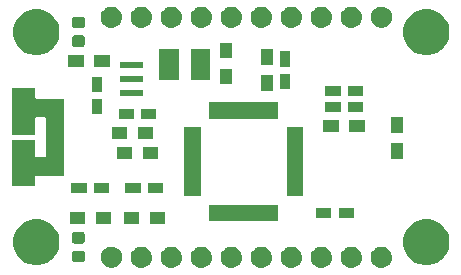
<source format=gts>
G04 #@! TF.GenerationSoftware,KiCad,Pcbnew,(5.0.1-3-g963ef8bb5)*
G04 #@! TF.CreationDate,2018-11-23T17:20:43+01:00*
G04 #@! TF.ProjectId,FT232H,4654323332482E6B696361645F706362,rev?*
G04 #@! TF.SameCoordinates,Original*
G04 #@! TF.FileFunction,Soldermask,Top*
G04 #@! TF.FilePolarity,Negative*
%FSLAX46Y46*%
G04 Gerber Fmt 4.6, Leading zero omitted, Abs format (unit mm)*
G04 Created by KiCad (PCBNEW (5.0.1-3-g963ef8bb5)) date Friday, 23 November 2018 at 17:20:43*
%MOMM*%
%LPD*%
G01*
G04 APERTURE LIST*
%ADD10C,0.100000*%
G04 APERTURE END LIST*
D10*
G36*
X184238362Y-84193545D02*
X184326588Y-84202234D01*
X184439789Y-84236573D01*
X184496390Y-84253743D01*
X184634980Y-84327822D01*
X184652879Y-84337389D01*
X184688609Y-84366712D01*
X184790044Y-84449956D01*
X184864582Y-84540783D01*
X184902611Y-84587121D01*
X184902612Y-84587123D01*
X184986257Y-84743610D01*
X185003427Y-84800211D01*
X185037766Y-84913412D01*
X185055158Y-85090000D01*
X185037766Y-85266588D01*
X185008646Y-85362582D01*
X184986257Y-85436390D01*
X184945147Y-85513300D01*
X184902611Y-85592879D01*
X184873288Y-85628609D01*
X184790044Y-85730044D01*
X184717355Y-85789697D01*
X184652879Y-85842611D01*
X184652877Y-85842612D01*
X184496390Y-85926257D01*
X184439789Y-85943427D01*
X184326588Y-85977766D01*
X184238362Y-85986455D01*
X184194250Y-85990800D01*
X184105750Y-85990800D01*
X184061638Y-85986455D01*
X183973412Y-85977766D01*
X183860211Y-85943427D01*
X183803610Y-85926257D01*
X183647123Y-85842612D01*
X183647121Y-85842611D01*
X183582645Y-85789697D01*
X183509956Y-85730044D01*
X183426712Y-85628609D01*
X183397389Y-85592879D01*
X183354853Y-85513300D01*
X183313743Y-85436390D01*
X183291354Y-85362582D01*
X183262234Y-85266588D01*
X183244842Y-85090000D01*
X183262234Y-84913412D01*
X183296573Y-84800211D01*
X183313743Y-84743610D01*
X183397388Y-84587123D01*
X183397389Y-84587121D01*
X183435418Y-84540783D01*
X183509956Y-84449956D01*
X183611391Y-84366712D01*
X183647121Y-84337389D01*
X183665020Y-84327822D01*
X183803610Y-84253743D01*
X183860211Y-84236573D01*
X183973412Y-84202234D01*
X184061638Y-84193545D01*
X184105750Y-84189200D01*
X184194250Y-84189200D01*
X184238362Y-84193545D01*
X184238362Y-84193545D01*
G37*
G36*
X181698362Y-84193545D02*
X181786588Y-84202234D01*
X181899789Y-84236573D01*
X181956390Y-84253743D01*
X182094980Y-84327822D01*
X182112879Y-84337389D01*
X182148609Y-84366712D01*
X182250044Y-84449956D01*
X182324582Y-84540783D01*
X182362611Y-84587121D01*
X182362612Y-84587123D01*
X182446257Y-84743610D01*
X182463427Y-84800211D01*
X182497766Y-84913412D01*
X182515158Y-85090000D01*
X182497766Y-85266588D01*
X182468646Y-85362582D01*
X182446257Y-85436390D01*
X182405147Y-85513300D01*
X182362611Y-85592879D01*
X182333288Y-85628609D01*
X182250044Y-85730044D01*
X182177355Y-85789697D01*
X182112879Y-85842611D01*
X182112877Y-85842612D01*
X181956390Y-85926257D01*
X181899789Y-85943427D01*
X181786588Y-85977766D01*
X181698362Y-85986455D01*
X181654250Y-85990800D01*
X181565750Y-85990800D01*
X181521638Y-85986455D01*
X181433412Y-85977766D01*
X181320211Y-85943427D01*
X181263610Y-85926257D01*
X181107123Y-85842612D01*
X181107121Y-85842611D01*
X181042645Y-85789697D01*
X180969956Y-85730044D01*
X180886712Y-85628609D01*
X180857389Y-85592879D01*
X180814853Y-85513300D01*
X180773743Y-85436390D01*
X180751354Y-85362582D01*
X180722234Y-85266588D01*
X180704842Y-85090000D01*
X180722234Y-84913412D01*
X180756573Y-84800211D01*
X180773743Y-84743610D01*
X180857388Y-84587123D01*
X180857389Y-84587121D01*
X180895418Y-84540783D01*
X180969956Y-84449956D01*
X181071391Y-84366712D01*
X181107121Y-84337389D01*
X181125020Y-84327822D01*
X181263610Y-84253743D01*
X181320211Y-84236573D01*
X181433412Y-84202234D01*
X181521638Y-84193545D01*
X181565750Y-84189200D01*
X181654250Y-84189200D01*
X181698362Y-84193545D01*
X181698362Y-84193545D01*
G37*
G36*
X179158362Y-84193545D02*
X179246588Y-84202234D01*
X179359789Y-84236573D01*
X179416390Y-84253743D01*
X179554980Y-84327822D01*
X179572879Y-84337389D01*
X179608609Y-84366712D01*
X179710044Y-84449956D01*
X179784582Y-84540783D01*
X179822611Y-84587121D01*
X179822612Y-84587123D01*
X179906257Y-84743610D01*
X179923427Y-84800211D01*
X179957766Y-84913412D01*
X179975158Y-85090000D01*
X179957766Y-85266588D01*
X179928646Y-85362582D01*
X179906257Y-85436390D01*
X179865147Y-85513300D01*
X179822611Y-85592879D01*
X179793288Y-85628609D01*
X179710044Y-85730044D01*
X179637355Y-85789697D01*
X179572879Y-85842611D01*
X179572877Y-85842612D01*
X179416390Y-85926257D01*
X179359789Y-85943427D01*
X179246588Y-85977766D01*
X179158362Y-85986455D01*
X179114250Y-85990800D01*
X179025750Y-85990800D01*
X178981638Y-85986455D01*
X178893412Y-85977766D01*
X178780211Y-85943427D01*
X178723610Y-85926257D01*
X178567123Y-85842612D01*
X178567121Y-85842611D01*
X178502645Y-85789697D01*
X178429956Y-85730044D01*
X178346712Y-85628609D01*
X178317389Y-85592879D01*
X178274853Y-85513300D01*
X178233743Y-85436390D01*
X178211354Y-85362582D01*
X178182234Y-85266588D01*
X178164842Y-85090000D01*
X178182234Y-84913412D01*
X178216573Y-84800211D01*
X178233743Y-84743610D01*
X178317388Y-84587123D01*
X178317389Y-84587121D01*
X178355418Y-84540783D01*
X178429956Y-84449956D01*
X178531391Y-84366712D01*
X178567121Y-84337389D01*
X178585020Y-84327822D01*
X178723610Y-84253743D01*
X178780211Y-84236573D01*
X178893412Y-84202234D01*
X178981638Y-84193545D01*
X179025750Y-84189200D01*
X179114250Y-84189200D01*
X179158362Y-84193545D01*
X179158362Y-84193545D01*
G37*
G36*
X176618362Y-84193545D02*
X176706588Y-84202234D01*
X176819789Y-84236573D01*
X176876390Y-84253743D01*
X177014980Y-84327822D01*
X177032879Y-84337389D01*
X177068609Y-84366712D01*
X177170044Y-84449956D01*
X177244582Y-84540783D01*
X177282611Y-84587121D01*
X177282612Y-84587123D01*
X177366257Y-84743610D01*
X177383427Y-84800211D01*
X177417766Y-84913412D01*
X177435158Y-85090000D01*
X177417766Y-85266588D01*
X177388646Y-85362582D01*
X177366257Y-85436390D01*
X177325147Y-85513300D01*
X177282611Y-85592879D01*
X177253288Y-85628609D01*
X177170044Y-85730044D01*
X177097355Y-85789697D01*
X177032879Y-85842611D01*
X177032877Y-85842612D01*
X176876390Y-85926257D01*
X176819789Y-85943427D01*
X176706588Y-85977766D01*
X176618362Y-85986455D01*
X176574250Y-85990800D01*
X176485750Y-85990800D01*
X176441638Y-85986455D01*
X176353412Y-85977766D01*
X176240211Y-85943427D01*
X176183610Y-85926257D01*
X176027123Y-85842612D01*
X176027121Y-85842611D01*
X175962645Y-85789697D01*
X175889956Y-85730044D01*
X175806712Y-85628609D01*
X175777389Y-85592879D01*
X175734853Y-85513300D01*
X175693743Y-85436390D01*
X175671354Y-85362582D01*
X175642234Y-85266588D01*
X175624842Y-85090000D01*
X175642234Y-84913412D01*
X175676573Y-84800211D01*
X175693743Y-84743610D01*
X175777388Y-84587123D01*
X175777389Y-84587121D01*
X175815418Y-84540783D01*
X175889956Y-84449956D01*
X175991391Y-84366712D01*
X176027121Y-84337389D01*
X176045020Y-84327822D01*
X176183610Y-84253743D01*
X176240211Y-84236573D01*
X176353412Y-84202234D01*
X176441638Y-84193545D01*
X176485750Y-84189200D01*
X176574250Y-84189200D01*
X176618362Y-84193545D01*
X176618362Y-84193545D01*
G37*
G36*
X174078362Y-84193545D02*
X174166588Y-84202234D01*
X174279789Y-84236573D01*
X174336390Y-84253743D01*
X174474980Y-84327822D01*
X174492879Y-84337389D01*
X174528609Y-84366712D01*
X174630044Y-84449956D01*
X174704582Y-84540783D01*
X174742611Y-84587121D01*
X174742612Y-84587123D01*
X174826257Y-84743610D01*
X174843427Y-84800211D01*
X174877766Y-84913412D01*
X174895158Y-85090000D01*
X174877766Y-85266588D01*
X174848646Y-85362582D01*
X174826257Y-85436390D01*
X174785147Y-85513300D01*
X174742611Y-85592879D01*
X174713288Y-85628609D01*
X174630044Y-85730044D01*
X174557355Y-85789697D01*
X174492879Y-85842611D01*
X174492877Y-85842612D01*
X174336390Y-85926257D01*
X174279789Y-85943427D01*
X174166588Y-85977766D01*
X174078362Y-85986455D01*
X174034250Y-85990800D01*
X173945750Y-85990800D01*
X173901638Y-85986455D01*
X173813412Y-85977766D01*
X173700211Y-85943427D01*
X173643610Y-85926257D01*
X173487123Y-85842612D01*
X173487121Y-85842611D01*
X173422645Y-85789697D01*
X173349956Y-85730044D01*
X173266712Y-85628609D01*
X173237389Y-85592879D01*
X173194853Y-85513300D01*
X173153743Y-85436390D01*
X173131354Y-85362582D01*
X173102234Y-85266588D01*
X173084842Y-85090000D01*
X173102234Y-84913412D01*
X173136573Y-84800211D01*
X173153743Y-84743610D01*
X173237388Y-84587123D01*
X173237389Y-84587121D01*
X173275418Y-84540783D01*
X173349956Y-84449956D01*
X173451391Y-84366712D01*
X173487121Y-84337389D01*
X173505020Y-84327822D01*
X173643610Y-84253743D01*
X173700211Y-84236573D01*
X173813412Y-84202234D01*
X173901638Y-84193545D01*
X173945750Y-84189200D01*
X174034250Y-84189200D01*
X174078362Y-84193545D01*
X174078362Y-84193545D01*
G37*
G36*
X171538362Y-84193545D02*
X171626588Y-84202234D01*
X171739789Y-84236573D01*
X171796390Y-84253743D01*
X171934980Y-84327822D01*
X171952879Y-84337389D01*
X171988609Y-84366712D01*
X172090044Y-84449956D01*
X172164582Y-84540783D01*
X172202611Y-84587121D01*
X172202612Y-84587123D01*
X172286257Y-84743610D01*
X172303427Y-84800211D01*
X172337766Y-84913412D01*
X172355158Y-85090000D01*
X172337766Y-85266588D01*
X172308646Y-85362582D01*
X172286257Y-85436390D01*
X172245147Y-85513300D01*
X172202611Y-85592879D01*
X172173288Y-85628609D01*
X172090044Y-85730044D01*
X172017355Y-85789697D01*
X171952879Y-85842611D01*
X171952877Y-85842612D01*
X171796390Y-85926257D01*
X171739789Y-85943427D01*
X171626588Y-85977766D01*
X171538362Y-85986455D01*
X171494250Y-85990800D01*
X171405750Y-85990800D01*
X171361638Y-85986455D01*
X171273412Y-85977766D01*
X171160211Y-85943427D01*
X171103610Y-85926257D01*
X170947123Y-85842612D01*
X170947121Y-85842611D01*
X170882645Y-85789697D01*
X170809956Y-85730044D01*
X170726712Y-85628609D01*
X170697389Y-85592879D01*
X170654853Y-85513300D01*
X170613743Y-85436390D01*
X170591354Y-85362582D01*
X170562234Y-85266588D01*
X170544842Y-85090000D01*
X170562234Y-84913412D01*
X170596573Y-84800211D01*
X170613743Y-84743610D01*
X170697388Y-84587123D01*
X170697389Y-84587121D01*
X170735418Y-84540783D01*
X170809956Y-84449956D01*
X170911391Y-84366712D01*
X170947121Y-84337389D01*
X170965020Y-84327822D01*
X171103610Y-84253743D01*
X171160211Y-84236573D01*
X171273412Y-84202234D01*
X171361638Y-84193545D01*
X171405750Y-84189200D01*
X171494250Y-84189200D01*
X171538362Y-84193545D01*
X171538362Y-84193545D01*
G37*
G36*
X168998362Y-84193545D02*
X169086588Y-84202234D01*
X169199789Y-84236573D01*
X169256390Y-84253743D01*
X169394980Y-84327822D01*
X169412879Y-84337389D01*
X169448609Y-84366712D01*
X169550044Y-84449956D01*
X169624582Y-84540783D01*
X169662611Y-84587121D01*
X169662612Y-84587123D01*
X169746257Y-84743610D01*
X169763427Y-84800211D01*
X169797766Y-84913412D01*
X169815158Y-85090000D01*
X169797766Y-85266588D01*
X169768646Y-85362582D01*
X169746257Y-85436390D01*
X169705147Y-85513300D01*
X169662611Y-85592879D01*
X169633288Y-85628609D01*
X169550044Y-85730044D01*
X169477355Y-85789697D01*
X169412879Y-85842611D01*
X169412877Y-85842612D01*
X169256390Y-85926257D01*
X169199789Y-85943427D01*
X169086588Y-85977766D01*
X168998362Y-85986455D01*
X168954250Y-85990800D01*
X168865750Y-85990800D01*
X168821638Y-85986455D01*
X168733412Y-85977766D01*
X168620211Y-85943427D01*
X168563610Y-85926257D01*
X168407123Y-85842612D01*
X168407121Y-85842611D01*
X168342645Y-85789697D01*
X168269956Y-85730044D01*
X168186712Y-85628609D01*
X168157389Y-85592879D01*
X168114853Y-85513300D01*
X168073743Y-85436390D01*
X168051354Y-85362582D01*
X168022234Y-85266588D01*
X168004842Y-85090000D01*
X168022234Y-84913412D01*
X168056573Y-84800211D01*
X168073743Y-84743610D01*
X168157388Y-84587123D01*
X168157389Y-84587121D01*
X168195418Y-84540783D01*
X168269956Y-84449956D01*
X168371391Y-84366712D01*
X168407121Y-84337389D01*
X168425020Y-84327822D01*
X168563610Y-84253743D01*
X168620211Y-84236573D01*
X168733412Y-84202234D01*
X168821638Y-84193545D01*
X168865750Y-84189200D01*
X168954250Y-84189200D01*
X168998362Y-84193545D01*
X168998362Y-84193545D01*
G37*
G36*
X166458362Y-84193545D02*
X166546588Y-84202234D01*
X166659789Y-84236573D01*
X166716390Y-84253743D01*
X166854980Y-84327822D01*
X166872879Y-84337389D01*
X166908609Y-84366712D01*
X167010044Y-84449956D01*
X167084582Y-84540783D01*
X167122611Y-84587121D01*
X167122612Y-84587123D01*
X167206257Y-84743610D01*
X167223427Y-84800211D01*
X167257766Y-84913412D01*
X167275158Y-85090000D01*
X167257766Y-85266588D01*
X167228646Y-85362582D01*
X167206257Y-85436390D01*
X167165147Y-85513300D01*
X167122611Y-85592879D01*
X167093288Y-85628609D01*
X167010044Y-85730044D01*
X166937355Y-85789697D01*
X166872879Y-85842611D01*
X166872877Y-85842612D01*
X166716390Y-85926257D01*
X166659789Y-85943427D01*
X166546588Y-85977766D01*
X166458362Y-85986455D01*
X166414250Y-85990800D01*
X166325750Y-85990800D01*
X166281638Y-85986455D01*
X166193412Y-85977766D01*
X166080211Y-85943427D01*
X166023610Y-85926257D01*
X165867123Y-85842612D01*
X165867121Y-85842611D01*
X165802645Y-85789697D01*
X165729956Y-85730044D01*
X165646712Y-85628609D01*
X165617389Y-85592879D01*
X165574853Y-85513300D01*
X165533743Y-85436390D01*
X165511354Y-85362582D01*
X165482234Y-85266588D01*
X165464842Y-85090000D01*
X165482234Y-84913412D01*
X165516573Y-84800211D01*
X165533743Y-84743610D01*
X165617388Y-84587123D01*
X165617389Y-84587121D01*
X165655418Y-84540783D01*
X165729956Y-84449956D01*
X165831391Y-84366712D01*
X165867121Y-84337389D01*
X165885020Y-84327822D01*
X166023610Y-84253743D01*
X166080211Y-84236573D01*
X166193412Y-84202234D01*
X166281638Y-84193545D01*
X166325750Y-84189200D01*
X166414250Y-84189200D01*
X166458362Y-84193545D01*
X166458362Y-84193545D01*
G37*
G36*
X163918362Y-84193545D02*
X164006588Y-84202234D01*
X164119789Y-84236573D01*
X164176390Y-84253743D01*
X164314980Y-84327822D01*
X164332879Y-84337389D01*
X164368609Y-84366712D01*
X164470044Y-84449956D01*
X164544582Y-84540783D01*
X164582611Y-84587121D01*
X164582612Y-84587123D01*
X164666257Y-84743610D01*
X164683427Y-84800211D01*
X164717766Y-84913412D01*
X164735158Y-85090000D01*
X164717766Y-85266588D01*
X164688646Y-85362582D01*
X164666257Y-85436390D01*
X164625147Y-85513300D01*
X164582611Y-85592879D01*
X164553288Y-85628609D01*
X164470044Y-85730044D01*
X164397355Y-85789697D01*
X164332879Y-85842611D01*
X164332877Y-85842612D01*
X164176390Y-85926257D01*
X164119789Y-85943427D01*
X164006588Y-85977766D01*
X163918362Y-85986455D01*
X163874250Y-85990800D01*
X163785750Y-85990800D01*
X163741638Y-85986455D01*
X163653412Y-85977766D01*
X163540211Y-85943427D01*
X163483610Y-85926257D01*
X163327123Y-85842612D01*
X163327121Y-85842611D01*
X163262645Y-85789697D01*
X163189956Y-85730044D01*
X163106712Y-85628609D01*
X163077389Y-85592879D01*
X163034853Y-85513300D01*
X162993743Y-85436390D01*
X162971354Y-85362582D01*
X162942234Y-85266588D01*
X162924842Y-85090000D01*
X162942234Y-84913412D01*
X162976573Y-84800211D01*
X162993743Y-84743610D01*
X163077388Y-84587123D01*
X163077389Y-84587121D01*
X163115418Y-84540783D01*
X163189956Y-84449956D01*
X163291391Y-84366712D01*
X163327121Y-84337389D01*
X163345020Y-84327822D01*
X163483610Y-84253743D01*
X163540211Y-84236573D01*
X163653412Y-84202234D01*
X163741638Y-84193545D01*
X163785750Y-84189200D01*
X163874250Y-84189200D01*
X163918362Y-84193545D01*
X163918362Y-84193545D01*
G37*
G36*
X161422229Y-84197854D02*
X161552754Y-84223817D01*
X161716689Y-84291721D01*
X161864227Y-84390303D01*
X161989697Y-84515773D01*
X162088279Y-84663311D01*
X162156183Y-84827246D01*
X162190800Y-85001279D01*
X162190800Y-85178721D01*
X162156183Y-85352754D01*
X162088279Y-85516689D01*
X161989697Y-85664227D01*
X161864227Y-85789697D01*
X161716689Y-85888279D01*
X161552754Y-85956183D01*
X161422229Y-85982146D01*
X161378722Y-85990800D01*
X161201278Y-85990800D01*
X161157771Y-85982146D01*
X161027246Y-85956183D01*
X160863311Y-85888279D01*
X160715773Y-85789697D01*
X160590303Y-85664227D01*
X160491721Y-85516689D01*
X160423817Y-85352754D01*
X160389200Y-85178721D01*
X160389200Y-85001279D01*
X160423817Y-84827246D01*
X160491721Y-84663311D01*
X160590303Y-84515773D01*
X160715773Y-84390303D01*
X160863311Y-84291721D01*
X161027246Y-84223817D01*
X161157771Y-84197854D01*
X161201278Y-84189200D01*
X161378722Y-84189200D01*
X161422229Y-84197854D01*
X161422229Y-84197854D01*
G37*
G36*
X155509027Y-81944168D02*
X155864049Y-82091223D01*
X156183565Y-82304717D01*
X156455283Y-82576435D01*
X156668777Y-82895951D01*
X156815832Y-83250973D01*
X156890800Y-83627862D01*
X156890800Y-84012138D01*
X156815832Y-84389027D01*
X156668777Y-84744049D01*
X156455283Y-85063565D01*
X156183565Y-85335283D01*
X155864049Y-85548777D01*
X155509027Y-85695832D01*
X155132138Y-85770800D01*
X154747862Y-85770800D01*
X154370973Y-85695832D01*
X154015951Y-85548777D01*
X153696435Y-85335283D01*
X153424717Y-85063565D01*
X153211223Y-84744049D01*
X153064168Y-84389027D01*
X152989200Y-84012138D01*
X152989200Y-83627862D01*
X153064168Y-83250973D01*
X153211223Y-82895951D01*
X153424717Y-82576435D01*
X153696435Y-82304717D01*
X154015951Y-82091223D01*
X154370973Y-81944168D01*
X154747862Y-81869200D01*
X155132138Y-81869200D01*
X155509027Y-81944168D01*
X155509027Y-81944168D01*
G37*
G36*
X188529027Y-81944168D02*
X188884049Y-82091223D01*
X189203565Y-82304717D01*
X189475283Y-82576435D01*
X189688777Y-82895951D01*
X189835832Y-83250973D01*
X189910800Y-83627862D01*
X189910800Y-84012138D01*
X189835832Y-84389027D01*
X189688777Y-84744049D01*
X189475283Y-85063565D01*
X189203565Y-85335283D01*
X188884049Y-85548777D01*
X188529027Y-85695832D01*
X188152138Y-85770800D01*
X187767862Y-85770800D01*
X187390973Y-85695832D01*
X187035951Y-85548777D01*
X186716435Y-85335283D01*
X186444717Y-85063565D01*
X186231223Y-84744049D01*
X186084168Y-84389027D01*
X186009200Y-84012138D01*
X186009200Y-83627862D01*
X186084168Y-83250973D01*
X186231223Y-82895951D01*
X186444717Y-82576435D01*
X186716435Y-82304717D01*
X187035951Y-82091223D01*
X187390973Y-81944168D01*
X187767862Y-81869200D01*
X188152138Y-81869200D01*
X188529027Y-81944168D01*
X188529027Y-81944168D01*
G37*
G36*
X158879468Y-84540783D02*
X158913434Y-84551086D01*
X158944732Y-84567816D01*
X158972168Y-84590332D01*
X158994684Y-84617768D01*
X159011414Y-84649066D01*
X159021717Y-84683032D01*
X159025800Y-84724490D01*
X159025800Y-85325510D01*
X159021717Y-85366968D01*
X159011414Y-85400934D01*
X158994684Y-85432232D01*
X158972168Y-85459668D01*
X158944732Y-85482184D01*
X158913434Y-85498914D01*
X158879468Y-85509217D01*
X158838010Y-85513300D01*
X158161990Y-85513300D01*
X158120532Y-85509217D01*
X158086566Y-85498914D01*
X158055268Y-85482184D01*
X158027832Y-85459668D01*
X158005316Y-85432232D01*
X157988586Y-85400934D01*
X157978283Y-85366968D01*
X157974200Y-85325510D01*
X157974200Y-84724490D01*
X157978283Y-84683032D01*
X157988586Y-84649066D01*
X158005316Y-84617768D01*
X158027832Y-84590332D01*
X158055268Y-84567816D01*
X158086566Y-84551086D01*
X158120532Y-84540783D01*
X158161990Y-84536700D01*
X158838010Y-84536700D01*
X158879468Y-84540783D01*
X158879468Y-84540783D01*
G37*
G36*
X158879468Y-82965783D02*
X158913434Y-82976086D01*
X158944732Y-82992816D01*
X158972168Y-83015332D01*
X158994684Y-83042768D01*
X159011414Y-83074066D01*
X159021717Y-83108032D01*
X159025800Y-83149490D01*
X159025800Y-83750510D01*
X159021717Y-83791968D01*
X159011414Y-83825934D01*
X158994684Y-83857232D01*
X158972168Y-83884668D01*
X158944732Y-83907184D01*
X158913434Y-83923914D01*
X158879468Y-83934217D01*
X158838010Y-83938300D01*
X158161990Y-83938300D01*
X158120532Y-83934217D01*
X158086566Y-83923914D01*
X158055268Y-83907184D01*
X158027832Y-83884668D01*
X158005316Y-83857232D01*
X157988586Y-83825934D01*
X157978283Y-83791968D01*
X157974200Y-83750510D01*
X157974200Y-83149490D01*
X157978283Y-83108032D01*
X157988586Y-83074066D01*
X158005316Y-83042768D01*
X158027832Y-83015332D01*
X158055268Y-82992816D01*
X158086566Y-82976086D01*
X158120532Y-82965783D01*
X158161990Y-82961700D01*
X158838010Y-82961700D01*
X158879468Y-82965783D01*
X158879468Y-82965783D01*
G37*
G36*
X163634800Y-82288800D02*
X162333200Y-82288800D01*
X162333200Y-81287200D01*
X163634800Y-81287200D01*
X163634800Y-82288800D01*
X163634800Y-82288800D01*
G37*
G36*
X165834800Y-82288800D02*
X164533200Y-82288800D01*
X164533200Y-81287200D01*
X165834800Y-81287200D01*
X165834800Y-82288800D01*
X165834800Y-82288800D01*
G37*
G36*
X159062800Y-82288800D02*
X157761200Y-82288800D01*
X157761200Y-81287200D01*
X159062800Y-81287200D01*
X159062800Y-82288800D01*
X159062800Y-82288800D01*
G37*
G36*
X161262800Y-82288800D02*
X159961200Y-82288800D01*
X159961200Y-81287200D01*
X161262800Y-81287200D01*
X161262800Y-82288800D01*
X161262800Y-82288800D01*
G37*
G36*
X175425800Y-82050800D02*
X169574200Y-82050800D01*
X169574200Y-80649200D01*
X175425800Y-80649200D01*
X175425800Y-82050800D01*
X175425800Y-82050800D01*
G37*
G36*
X181825800Y-81775800D02*
X180524200Y-81775800D01*
X180524200Y-80924200D01*
X181825800Y-80924200D01*
X181825800Y-81775800D01*
X181825800Y-81775800D01*
G37*
G36*
X179925800Y-81775800D02*
X178624200Y-81775800D01*
X178624200Y-80924200D01*
X179925800Y-80924200D01*
X179925800Y-81775800D01*
X179925800Y-81775800D01*
G37*
G36*
X177550800Y-79925800D02*
X176149200Y-79925800D01*
X176149200Y-74074200D01*
X177550800Y-74074200D01*
X177550800Y-79925800D01*
X177550800Y-79925800D01*
G37*
G36*
X168850800Y-79925800D02*
X167449200Y-79925800D01*
X167449200Y-74074200D01*
X168850800Y-74074200D01*
X168850800Y-79925800D01*
X168850800Y-79925800D01*
G37*
G36*
X165684800Y-79673800D02*
X164383200Y-79673800D01*
X164383200Y-78822200D01*
X165684800Y-78822200D01*
X165684800Y-79673800D01*
X165684800Y-79673800D01*
G37*
G36*
X163784800Y-79673800D02*
X162483200Y-79673800D01*
X162483200Y-78822200D01*
X163784800Y-78822200D01*
X163784800Y-79673800D01*
X163784800Y-79673800D01*
G37*
G36*
X161112800Y-79673800D02*
X159811200Y-79673800D01*
X159811200Y-78822200D01*
X161112800Y-78822200D01*
X161112800Y-79673800D01*
X161112800Y-79673800D01*
G37*
G36*
X159212800Y-79673800D02*
X157911200Y-79673800D01*
X157911200Y-78822200D01*
X159212800Y-78822200D01*
X159212800Y-79673800D01*
X159212800Y-79673800D01*
G37*
G36*
X154842400Y-71554200D02*
X154844802Y-71578586D01*
X154851915Y-71602035D01*
X154863466Y-71623646D01*
X154879012Y-71642588D01*
X154897954Y-71658134D01*
X154919565Y-71669685D01*
X154943014Y-71676798D01*
X154967400Y-71679200D01*
X157242400Y-71679200D01*
X157242400Y-78180800D01*
X154967400Y-78180800D01*
X154943014Y-78183202D01*
X154919565Y-78190315D01*
X154897954Y-78201866D01*
X154879012Y-78217412D01*
X154863466Y-78236354D01*
X154851915Y-78257965D01*
X154844802Y-78281414D01*
X154842400Y-78305800D01*
X154842400Y-79078300D01*
X152840800Y-79078300D01*
X152840800Y-75131700D01*
X154842400Y-75131700D01*
X154842400Y-76479200D01*
X154844802Y-76503586D01*
X154851915Y-76527035D01*
X154863466Y-76548646D01*
X154879012Y-76567588D01*
X154897954Y-76583134D01*
X154919565Y-76594685D01*
X154943014Y-76601798D01*
X154967400Y-76604200D01*
X155635800Y-76604200D01*
X155660186Y-76601798D01*
X155683635Y-76594685D01*
X155705246Y-76583134D01*
X155724188Y-76567588D01*
X155739734Y-76548646D01*
X155751285Y-76527035D01*
X155758398Y-76503586D01*
X155760800Y-76479200D01*
X155760800Y-73380800D01*
X155758398Y-73356414D01*
X155751285Y-73332965D01*
X155739734Y-73311354D01*
X155724188Y-73292412D01*
X155705246Y-73276866D01*
X155683635Y-73265315D01*
X155660186Y-73258202D01*
X155635800Y-73255800D01*
X154967400Y-73255800D01*
X154943014Y-73258202D01*
X154919565Y-73265315D01*
X154897954Y-73276866D01*
X154879012Y-73292412D01*
X154863466Y-73311354D01*
X154851915Y-73332965D01*
X154844802Y-73356414D01*
X154842400Y-73380800D01*
X154842400Y-74728300D01*
X152840800Y-74728300D01*
X152840800Y-70781700D01*
X154842400Y-70781700D01*
X154842400Y-71554200D01*
X154842400Y-71554200D01*
G37*
G36*
X163050800Y-76800800D02*
X161749200Y-76800800D01*
X161749200Y-75799200D01*
X163050800Y-75799200D01*
X163050800Y-76800800D01*
X163050800Y-76800800D01*
G37*
G36*
X165250800Y-76800800D02*
X163949200Y-76800800D01*
X163949200Y-75799200D01*
X165250800Y-75799200D01*
X165250800Y-76800800D01*
X165250800Y-76800800D01*
G37*
G36*
X186000800Y-76750800D02*
X184999200Y-76750800D01*
X184999200Y-75449200D01*
X186000800Y-75449200D01*
X186000800Y-76750800D01*
X186000800Y-76750800D01*
G37*
G36*
X164850800Y-75100800D02*
X163549200Y-75100800D01*
X163549200Y-74099200D01*
X164850800Y-74099200D01*
X164850800Y-75100800D01*
X164850800Y-75100800D01*
G37*
G36*
X162650800Y-75100800D02*
X161349200Y-75100800D01*
X161349200Y-74099200D01*
X162650800Y-74099200D01*
X162650800Y-75100800D01*
X162650800Y-75100800D01*
G37*
G36*
X186000800Y-74550800D02*
X184999200Y-74550800D01*
X184999200Y-73249200D01*
X186000800Y-73249200D01*
X186000800Y-74550800D01*
X186000800Y-74550800D01*
G37*
G36*
X180550800Y-74500800D02*
X179249200Y-74500800D01*
X179249200Y-73499200D01*
X180550800Y-73499200D01*
X180550800Y-74500800D01*
X180550800Y-74500800D01*
G37*
G36*
X182750800Y-74500800D02*
X181449200Y-74500800D01*
X181449200Y-73499200D01*
X182750800Y-73499200D01*
X182750800Y-74500800D01*
X182750800Y-74500800D01*
G37*
G36*
X165100800Y-73425800D02*
X163799200Y-73425800D01*
X163799200Y-72574200D01*
X165100800Y-72574200D01*
X165100800Y-73425800D01*
X165100800Y-73425800D01*
G37*
G36*
X163200800Y-73425800D02*
X161899200Y-73425800D01*
X161899200Y-72574200D01*
X163200800Y-72574200D01*
X163200800Y-73425800D01*
X163200800Y-73425800D01*
G37*
G36*
X175425800Y-73350800D02*
X169574200Y-73350800D01*
X169574200Y-71949200D01*
X175425800Y-71949200D01*
X175425800Y-73350800D01*
X175425800Y-73350800D01*
G37*
G36*
X160475800Y-73000800D02*
X159624200Y-73000800D01*
X159624200Y-71699200D01*
X160475800Y-71699200D01*
X160475800Y-73000800D01*
X160475800Y-73000800D01*
G37*
G36*
X180700800Y-72825800D02*
X179399200Y-72825800D01*
X179399200Y-71974200D01*
X180700800Y-71974200D01*
X180700800Y-72825800D01*
X180700800Y-72825800D01*
G37*
G36*
X182600800Y-72825800D02*
X181299200Y-72825800D01*
X181299200Y-71974200D01*
X182600800Y-71974200D01*
X182600800Y-72825800D01*
X182600800Y-72825800D01*
G37*
G36*
X164000800Y-71450800D02*
X161999200Y-71450800D01*
X161999200Y-70949200D01*
X164000800Y-70949200D01*
X164000800Y-71450800D01*
X164000800Y-71450800D01*
G37*
G36*
X182600800Y-71425800D02*
X181299200Y-71425800D01*
X181299200Y-70574200D01*
X182600800Y-70574200D01*
X182600800Y-71425800D01*
X182600800Y-71425800D01*
G37*
G36*
X180700800Y-71425800D02*
X179399200Y-71425800D01*
X179399200Y-70574200D01*
X180700800Y-70574200D01*
X180700800Y-71425800D01*
X180700800Y-71425800D01*
G37*
G36*
X160475800Y-71100800D02*
X159624200Y-71100800D01*
X159624200Y-69799200D01*
X160475800Y-69799200D01*
X160475800Y-71100800D01*
X160475800Y-71100800D01*
G37*
G36*
X175000800Y-71000800D02*
X173999200Y-71000800D01*
X173999200Y-69699200D01*
X175000800Y-69699200D01*
X175000800Y-71000800D01*
X175000800Y-71000800D01*
G37*
G36*
X176450800Y-70850800D02*
X175599200Y-70850800D01*
X175599200Y-69549200D01*
X176450800Y-69549200D01*
X176450800Y-70850800D01*
X176450800Y-70850800D01*
G37*
G36*
X171500800Y-70450800D02*
X170499200Y-70450800D01*
X170499200Y-69149200D01*
X171500800Y-69149200D01*
X171500800Y-70450800D01*
X171500800Y-70450800D01*
G37*
G36*
X164000800Y-70250800D02*
X161999200Y-70250800D01*
X161999200Y-69749200D01*
X164000800Y-69749200D01*
X164000800Y-70250800D01*
X164000800Y-70250800D01*
G37*
G36*
X166980800Y-70125800D02*
X165319200Y-70125800D01*
X165319200Y-67474200D01*
X166980800Y-67474200D01*
X166980800Y-70125800D01*
X166980800Y-70125800D01*
G37*
G36*
X169680800Y-70125800D02*
X168019200Y-70125800D01*
X168019200Y-67474200D01*
X169680800Y-67474200D01*
X169680800Y-70125800D01*
X169680800Y-70125800D01*
G37*
G36*
X164000800Y-69050800D02*
X161999200Y-69050800D01*
X161999200Y-68549200D01*
X164000800Y-68549200D01*
X164000800Y-69050800D01*
X164000800Y-69050800D01*
G37*
G36*
X158950800Y-69000800D02*
X157649200Y-69000800D01*
X157649200Y-67999200D01*
X158950800Y-67999200D01*
X158950800Y-69000800D01*
X158950800Y-69000800D01*
G37*
G36*
X161150800Y-69000800D02*
X159849200Y-69000800D01*
X159849200Y-67999200D01*
X161150800Y-67999200D01*
X161150800Y-69000800D01*
X161150800Y-69000800D01*
G37*
G36*
X176450800Y-68950800D02*
X175599200Y-68950800D01*
X175599200Y-67649200D01*
X176450800Y-67649200D01*
X176450800Y-68950800D01*
X176450800Y-68950800D01*
G37*
G36*
X175000800Y-68800800D02*
X173999200Y-68800800D01*
X173999200Y-67499200D01*
X175000800Y-67499200D01*
X175000800Y-68800800D01*
X175000800Y-68800800D01*
G37*
G36*
X171500800Y-68250800D02*
X170499200Y-68250800D01*
X170499200Y-66949200D01*
X171500800Y-66949200D01*
X171500800Y-68250800D01*
X171500800Y-68250800D01*
G37*
G36*
X188529027Y-64164168D02*
X188884049Y-64311223D01*
X189203565Y-64524717D01*
X189475283Y-64796435D01*
X189688777Y-65115951D01*
X189835832Y-65470973D01*
X189910800Y-65847862D01*
X189910800Y-66232138D01*
X189835832Y-66609027D01*
X189688777Y-66964049D01*
X189475283Y-67283565D01*
X189203565Y-67555283D01*
X188884049Y-67768777D01*
X188529027Y-67915832D01*
X188152138Y-67990800D01*
X187767862Y-67990800D01*
X187390973Y-67915832D01*
X187035951Y-67768777D01*
X186716435Y-67555283D01*
X186444717Y-67283565D01*
X186231223Y-66964049D01*
X186084168Y-66609027D01*
X186009200Y-66232138D01*
X186009200Y-65847862D01*
X186084168Y-65470973D01*
X186231223Y-65115951D01*
X186444717Y-64796435D01*
X186716435Y-64524717D01*
X187035951Y-64311223D01*
X187390973Y-64164168D01*
X187767862Y-64089200D01*
X188152138Y-64089200D01*
X188529027Y-64164168D01*
X188529027Y-64164168D01*
G37*
G36*
X155509027Y-64164168D02*
X155864049Y-64311223D01*
X156183565Y-64524717D01*
X156455283Y-64796435D01*
X156668777Y-65115951D01*
X156815832Y-65470973D01*
X156890800Y-65847862D01*
X156890800Y-66232138D01*
X156815832Y-66609027D01*
X156668777Y-66964049D01*
X156455283Y-67283565D01*
X156183565Y-67555283D01*
X155864049Y-67768777D01*
X155509027Y-67915832D01*
X155132138Y-67990800D01*
X154747862Y-67990800D01*
X154370973Y-67915832D01*
X154015951Y-67768777D01*
X153696435Y-67555283D01*
X153424717Y-67283565D01*
X153211223Y-66964049D01*
X153064168Y-66609027D01*
X152989200Y-66232138D01*
X152989200Y-65847862D01*
X153064168Y-65470973D01*
X153211223Y-65115951D01*
X153424717Y-64796435D01*
X153696435Y-64524717D01*
X154015951Y-64311223D01*
X154370973Y-64164168D01*
X154747862Y-64089200D01*
X155132138Y-64089200D01*
X155509027Y-64164168D01*
X155509027Y-64164168D01*
G37*
G36*
X158879468Y-66303283D02*
X158913434Y-66313586D01*
X158944732Y-66330316D01*
X158972168Y-66352832D01*
X158994684Y-66380268D01*
X159011414Y-66411566D01*
X159021717Y-66445532D01*
X159025800Y-66486990D01*
X159025800Y-67088010D01*
X159021717Y-67129468D01*
X159011414Y-67163434D01*
X158994684Y-67194732D01*
X158972168Y-67222168D01*
X158944732Y-67244684D01*
X158913434Y-67261414D01*
X158879468Y-67271717D01*
X158838010Y-67275800D01*
X158161990Y-67275800D01*
X158120532Y-67271717D01*
X158086566Y-67261414D01*
X158055268Y-67244684D01*
X158027832Y-67222168D01*
X158005316Y-67194732D01*
X157988586Y-67163434D01*
X157978283Y-67129468D01*
X157974200Y-67088010D01*
X157974200Y-66486990D01*
X157978283Y-66445532D01*
X157988586Y-66411566D01*
X158005316Y-66380268D01*
X158027832Y-66352832D01*
X158055268Y-66330316D01*
X158086566Y-66313586D01*
X158120532Y-66303283D01*
X158161990Y-66299200D01*
X158838010Y-66299200D01*
X158879468Y-66303283D01*
X158879468Y-66303283D01*
G37*
G36*
X158879468Y-64728283D02*
X158913434Y-64738586D01*
X158944732Y-64755316D01*
X158972168Y-64777832D01*
X158994684Y-64805268D01*
X159011414Y-64836566D01*
X159021717Y-64870532D01*
X159025800Y-64911990D01*
X159025800Y-65513010D01*
X159021717Y-65554468D01*
X159011414Y-65588434D01*
X158994684Y-65619732D01*
X158972168Y-65647168D01*
X158944732Y-65669684D01*
X158913434Y-65686414D01*
X158879468Y-65696717D01*
X158838010Y-65700800D01*
X158161990Y-65700800D01*
X158120532Y-65696717D01*
X158086566Y-65686414D01*
X158055268Y-65669684D01*
X158027832Y-65647168D01*
X158005316Y-65619732D01*
X157988586Y-65588434D01*
X157978283Y-65554468D01*
X157974200Y-65513010D01*
X157974200Y-64911990D01*
X157978283Y-64870532D01*
X157988586Y-64836566D01*
X158005316Y-64805268D01*
X158027832Y-64777832D01*
X158055268Y-64755316D01*
X158086566Y-64738586D01*
X158120532Y-64728283D01*
X158161990Y-64724200D01*
X158838010Y-64724200D01*
X158879468Y-64728283D01*
X158879468Y-64728283D01*
G37*
G36*
X184282229Y-63877854D02*
X184412754Y-63903817D01*
X184576689Y-63971721D01*
X184724227Y-64070303D01*
X184849697Y-64195773D01*
X184948279Y-64343311D01*
X185016183Y-64507246D01*
X185050800Y-64681279D01*
X185050800Y-64858721D01*
X185016183Y-65032754D01*
X184948279Y-65196689D01*
X184849697Y-65344227D01*
X184724227Y-65469697D01*
X184576689Y-65568279D01*
X184412754Y-65636183D01*
X184294761Y-65659653D01*
X184238722Y-65670800D01*
X184061278Y-65670800D01*
X184005239Y-65659653D01*
X183887246Y-65636183D01*
X183723311Y-65568279D01*
X183575773Y-65469697D01*
X183450303Y-65344227D01*
X183351721Y-65196689D01*
X183283817Y-65032754D01*
X183249200Y-64858721D01*
X183249200Y-64681279D01*
X183283817Y-64507246D01*
X183351721Y-64343311D01*
X183450303Y-64195773D01*
X183575773Y-64070303D01*
X183723311Y-63971721D01*
X183887246Y-63903817D01*
X184017771Y-63877854D01*
X184061278Y-63869200D01*
X184238722Y-63869200D01*
X184282229Y-63877854D01*
X184282229Y-63877854D01*
G37*
G36*
X181698362Y-63873545D02*
X181786588Y-63882234D01*
X181899789Y-63916573D01*
X181956390Y-63933743D01*
X182094980Y-64007822D01*
X182112879Y-64017389D01*
X182148609Y-64046712D01*
X182250044Y-64129956D01*
X182333288Y-64231391D01*
X182362611Y-64267121D01*
X182362612Y-64267123D01*
X182446257Y-64423610D01*
X182446257Y-64423611D01*
X182497766Y-64593412D01*
X182515158Y-64770000D01*
X182497766Y-64946588D01*
X182463427Y-65059789D01*
X182446257Y-65116390D01*
X182403336Y-65196689D01*
X182362611Y-65272879D01*
X182333288Y-65308609D01*
X182250044Y-65410044D01*
X182177355Y-65469697D01*
X182112879Y-65522611D01*
X182112877Y-65522612D01*
X181956390Y-65606257D01*
X181911968Y-65619732D01*
X181786588Y-65657766D01*
X181698362Y-65666455D01*
X181654250Y-65670800D01*
X181565750Y-65670800D01*
X181521638Y-65666455D01*
X181433412Y-65657766D01*
X181308032Y-65619732D01*
X181263610Y-65606257D01*
X181107123Y-65522612D01*
X181107121Y-65522611D01*
X181042645Y-65469697D01*
X180969956Y-65410044D01*
X180886712Y-65308609D01*
X180857389Y-65272879D01*
X180816664Y-65196689D01*
X180773743Y-65116390D01*
X180756573Y-65059789D01*
X180722234Y-64946588D01*
X180704842Y-64770000D01*
X180722234Y-64593412D01*
X180773743Y-64423611D01*
X180773743Y-64423610D01*
X180857388Y-64267123D01*
X180857389Y-64267121D01*
X180886712Y-64231391D01*
X180969956Y-64129956D01*
X181071391Y-64046712D01*
X181107121Y-64017389D01*
X181125020Y-64007822D01*
X181263610Y-63933743D01*
X181320211Y-63916573D01*
X181433412Y-63882234D01*
X181521638Y-63873545D01*
X181565750Y-63869200D01*
X181654250Y-63869200D01*
X181698362Y-63873545D01*
X181698362Y-63873545D01*
G37*
G36*
X179158362Y-63873545D02*
X179246588Y-63882234D01*
X179359789Y-63916573D01*
X179416390Y-63933743D01*
X179554980Y-64007822D01*
X179572879Y-64017389D01*
X179608609Y-64046712D01*
X179710044Y-64129956D01*
X179793288Y-64231391D01*
X179822611Y-64267121D01*
X179822612Y-64267123D01*
X179906257Y-64423610D01*
X179906257Y-64423611D01*
X179957766Y-64593412D01*
X179975158Y-64770000D01*
X179957766Y-64946588D01*
X179923427Y-65059789D01*
X179906257Y-65116390D01*
X179863336Y-65196689D01*
X179822611Y-65272879D01*
X179793288Y-65308609D01*
X179710044Y-65410044D01*
X179637355Y-65469697D01*
X179572879Y-65522611D01*
X179572877Y-65522612D01*
X179416390Y-65606257D01*
X179371968Y-65619732D01*
X179246588Y-65657766D01*
X179158362Y-65666455D01*
X179114250Y-65670800D01*
X179025750Y-65670800D01*
X178981638Y-65666455D01*
X178893412Y-65657766D01*
X178768032Y-65619732D01*
X178723610Y-65606257D01*
X178567123Y-65522612D01*
X178567121Y-65522611D01*
X178502645Y-65469697D01*
X178429956Y-65410044D01*
X178346712Y-65308609D01*
X178317389Y-65272879D01*
X178276664Y-65196689D01*
X178233743Y-65116390D01*
X178216573Y-65059789D01*
X178182234Y-64946588D01*
X178164842Y-64770000D01*
X178182234Y-64593412D01*
X178233743Y-64423611D01*
X178233743Y-64423610D01*
X178317388Y-64267123D01*
X178317389Y-64267121D01*
X178346712Y-64231391D01*
X178429956Y-64129956D01*
X178531391Y-64046712D01*
X178567121Y-64017389D01*
X178585020Y-64007822D01*
X178723610Y-63933743D01*
X178780211Y-63916573D01*
X178893412Y-63882234D01*
X178981638Y-63873545D01*
X179025750Y-63869200D01*
X179114250Y-63869200D01*
X179158362Y-63873545D01*
X179158362Y-63873545D01*
G37*
G36*
X176618362Y-63873545D02*
X176706588Y-63882234D01*
X176819789Y-63916573D01*
X176876390Y-63933743D01*
X177014980Y-64007822D01*
X177032879Y-64017389D01*
X177068609Y-64046712D01*
X177170044Y-64129956D01*
X177253288Y-64231391D01*
X177282611Y-64267121D01*
X177282612Y-64267123D01*
X177366257Y-64423610D01*
X177366257Y-64423611D01*
X177417766Y-64593412D01*
X177435158Y-64770000D01*
X177417766Y-64946588D01*
X177383427Y-65059789D01*
X177366257Y-65116390D01*
X177323336Y-65196689D01*
X177282611Y-65272879D01*
X177253288Y-65308609D01*
X177170044Y-65410044D01*
X177097355Y-65469697D01*
X177032879Y-65522611D01*
X177032877Y-65522612D01*
X176876390Y-65606257D01*
X176831968Y-65619732D01*
X176706588Y-65657766D01*
X176618362Y-65666455D01*
X176574250Y-65670800D01*
X176485750Y-65670800D01*
X176441638Y-65666455D01*
X176353412Y-65657766D01*
X176228032Y-65619732D01*
X176183610Y-65606257D01*
X176027123Y-65522612D01*
X176027121Y-65522611D01*
X175962645Y-65469697D01*
X175889956Y-65410044D01*
X175806712Y-65308609D01*
X175777389Y-65272879D01*
X175736664Y-65196689D01*
X175693743Y-65116390D01*
X175676573Y-65059789D01*
X175642234Y-64946588D01*
X175624842Y-64770000D01*
X175642234Y-64593412D01*
X175693743Y-64423611D01*
X175693743Y-64423610D01*
X175777388Y-64267123D01*
X175777389Y-64267121D01*
X175806712Y-64231391D01*
X175889956Y-64129956D01*
X175991391Y-64046712D01*
X176027121Y-64017389D01*
X176045020Y-64007822D01*
X176183610Y-63933743D01*
X176240211Y-63916573D01*
X176353412Y-63882234D01*
X176441638Y-63873545D01*
X176485750Y-63869200D01*
X176574250Y-63869200D01*
X176618362Y-63873545D01*
X176618362Y-63873545D01*
G37*
G36*
X174078362Y-63873545D02*
X174166588Y-63882234D01*
X174279789Y-63916573D01*
X174336390Y-63933743D01*
X174474980Y-64007822D01*
X174492879Y-64017389D01*
X174528609Y-64046712D01*
X174630044Y-64129956D01*
X174713288Y-64231391D01*
X174742611Y-64267121D01*
X174742612Y-64267123D01*
X174826257Y-64423610D01*
X174826257Y-64423611D01*
X174877766Y-64593412D01*
X174895158Y-64770000D01*
X174877766Y-64946588D01*
X174843427Y-65059789D01*
X174826257Y-65116390D01*
X174783336Y-65196689D01*
X174742611Y-65272879D01*
X174713288Y-65308609D01*
X174630044Y-65410044D01*
X174557355Y-65469697D01*
X174492879Y-65522611D01*
X174492877Y-65522612D01*
X174336390Y-65606257D01*
X174291968Y-65619732D01*
X174166588Y-65657766D01*
X174078362Y-65666455D01*
X174034250Y-65670800D01*
X173945750Y-65670800D01*
X173901638Y-65666455D01*
X173813412Y-65657766D01*
X173688032Y-65619732D01*
X173643610Y-65606257D01*
X173487123Y-65522612D01*
X173487121Y-65522611D01*
X173422645Y-65469697D01*
X173349956Y-65410044D01*
X173266712Y-65308609D01*
X173237389Y-65272879D01*
X173196664Y-65196689D01*
X173153743Y-65116390D01*
X173136573Y-65059789D01*
X173102234Y-64946588D01*
X173084842Y-64770000D01*
X173102234Y-64593412D01*
X173153743Y-64423611D01*
X173153743Y-64423610D01*
X173237388Y-64267123D01*
X173237389Y-64267121D01*
X173266712Y-64231391D01*
X173349956Y-64129956D01*
X173451391Y-64046712D01*
X173487121Y-64017389D01*
X173505020Y-64007822D01*
X173643610Y-63933743D01*
X173700211Y-63916573D01*
X173813412Y-63882234D01*
X173901638Y-63873545D01*
X173945750Y-63869200D01*
X174034250Y-63869200D01*
X174078362Y-63873545D01*
X174078362Y-63873545D01*
G37*
G36*
X171538362Y-63873545D02*
X171626588Y-63882234D01*
X171739789Y-63916573D01*
X171796390Y-63933743D01*
X171934980Y-64007822D01*
X171952879Y-64017389D01*
X171988609Y-64046712D01*
X172090044Y-64129956D01*
X172173288Y-64231391D01*
X172202611Y-64267121D01*
X172202612Y-64267123D01*
X172286257Y-64423610D01*
X172286257Y-64423611D01*
X172337766Y-64593412D01*
X172355158Y-64770000D01*
X172337766Y-64946588D01*
X172303427Y-65059789D01*
X172286257Y-65116390D01*
X172243336Y-65196689D01*
X172202611Y-65272879D01*
X172173288Y-65308609D01*
X172090044Y-65410044D01*
X172017355Y-65469697D01*
X171952879Y-65522611D01*
X171952877Y-65522612D01*
X171796390Y-65606257D01*
X171751968Y-65619732D01*
X171626588Y-65657766D01*
X171538362Y-65666455D01*
X171494250Y-65670800D01*
X171405750Y-65670800D01*
X171361638Y-65666455D01*
X171273412Y-65657766D01*
X171148032Y-65619732D01*
X171103610Y-65606257D01*
X170947123Y-65522612D01*
X170947121Y-65522611D01*
X170882645Y-65469697D01*
X170809956Y-65410044D01*
X170726712Y-65308609D01*
X170697389Y-65272879D01*
X170656664Y-65196689D01*
X170613743Y-65116390D01*
X170596573Y-65059789D01*
X170562234Y-64946588D01*
X170544842Y-64770000D01*
X170562234Y-64593412D01*
X170613743Y-64423611D01*
X170613743Y-64423610D01*
X170697388Y-64267123D01*
X170697389Y-64267121D01*
X170726712Y-64231391D01*
X170809956Y-64129956D01*
X170911391Y-64046712D01*
X170947121Y-64017389D01*
X170965020Y-64007822D01*
X171103610Y-63933743D01*
X171160211Y-63916573D01*
X171273412Y-63882234D01*
X171361638Y-63873545D01*
X171405750Y-63869200D01*
X171494250Y-63869200D01*
X171538362Y-63873545D01*
X171538362Y-63873545D01*
G37*
G36*
X168998362Y-63873545D02*
X169086588Y-63882234D01*
X169199789Y-63916573D01*
X169256390Y-63933743D01*
X169394980Y-64007822D01*
X169412879Y-64017389D01*
X169448609Y-64046712D01*
X169550044Y-64129956D01*
X169633288Y-64231391D01*
X169662611Y-64267121D01*
X169662612Y-64267123D01*
X169746257Y-64423610D01*
X169746257Y-64423611D01*
X169797766Y-64593412D01*
X169815158Y-64770000D01*
X169797766Y-64946588D01*
X169763427Y-65059789D01*
X169746257Y-65116390D01*
X169703336Y-65196689D01*
X169662611Y-65272879D01*
X169633288Y-65308609D01*
X169550044Y-65410044D01*
X169477355Y-65469697D01*
X169412879Y-65522611D01*
X169412877Y-65522612D01*
X169256390Y-65606257D01*
X169211968Y-65619732D01*
X169086588Y-65657766D01*
X168998362Y-65666455D01*
X168954250Y-65670800D01*
X168865750Y-65670800D01*
X168821638Y-65666455D01*
X168733412Y-65657766D01*
X168608032Y-65619732D01*
X168563610Y-65606257D01*
X168407123Y-65522612D01*
X168407121Y-65522611D01*
X168342645Y-65469697D01*
X168269956Y-65410044D01*
X168186712Y-65308609D01*
X168157389Y-65272879D01*
X168116664Y-65196689D01*
X168073743Y-65116390D01*
X168056573Y-65059789D01*
X168022234Y-64946588D01*
X168004842Y-64770000D01*
X168022234Y-64593412D01*
X168073743Y-64423611D01*
X168073743Y-64423610D01*
X168157388Y-64267123D01*
X168157389Y-64267121D01*
X168186712Y-64231391D01*
X168269956Y-64129956D01*
X168371391Y-64046712D01*
X168407121Y-64017389D01*
X168425020Y-64007822D01*
X168563610Y-63933743D01*
X168620211Y-63916573D01*
X168733412Y-63882234D01*
X168821638Y-63873545D01*
X168865750Y-63869200D01*
X168954250Y-63869200D01*
X168998362Y-63873545D01*
X168998362Y-63873545D01*
G37*
G36*
X166458362Y-63873545D02*
X166546588Y-63882234D01*
X166659789Y-63916573D01*
X166716390Y-63933743D01*
X166854980Y-64007822D01*
X166872879Y-64017389D01*
X166908609Y-64046712D01*
X167010044Y-64129956D01*
X167093288Y-64231391D01*
X167122611Y-64267121D01*
X167122612Y-64267123D01*
X167206257Y-64423610D01*
X167206257Y-64423611D01*
X167257766Y-64593412D01*
X167275158Y-64770000D01*
X167257766Y-64946588D01*
X167223427Y-65059789D01*
X167206257Y-65116390D01*
X167163336Y-65196689D01*
X167122611Y-65272879D01*
X167093288Y-65308609D01*
X167010044Y-65410044D01*
X166937355Y-65469697D01*
X166872879Y-65522611D01*
X166872877Y-65522612D01*
X166716390Y-65606257D01*
X166671968Y-65619732D01*
X166546588Y-65657766D01*
X166458362Y-65666455D01*
X166414250Y-65670800D01*
X166325750Y-65670800D01*
X166281638Y-65666455D01*
X166193412Y-65657766D01*
X166068032Y-65619732D01*
X166023610Y-65606257D01*
X165867123Y-65522612D01*
X165867121Y-65522611D01*
X165802645Y-65469697D01*
X165729956Y-65410044D01*
X165646712Y-65308609D01*
X165617389Y-65272879D01*
X165576664Y-65196689D01*
X165533743Y-65116390D01*
X165516573Y-65059789D01*
X165482234Y-64946588D01*
X165464842Y-64770000D01*
X165482234Y-64593412D01*
X165533743Y-64423611D01*
X165533743Y-64423610D01*
X165617388Y-64267123D01*
X165617389Y-64267121D01*
X165646712Y-64231391D01*
X165729956Y-64129956D01*
X165831391Y-64046712D01*
X165867121Y-64017389D01*
X165885020Y-64007822D01*
X166023610Y-63933743D01*
X166080211Y-63916573D01*
X166193412Y-63882234D01*
X166281638Y-63873545D01*
X166325750Y-63869200D01*
X166414250Y-63869200D01*
X166458362Y-63873545D01*
X166458362Y-63873545D01*
G37*
G36*
X163918362Y-63873545D02*
X164006588Y-63882234D01*
X164119789Y-63916573D01*
X164176390Y-63933743D01*
X164314980Y-64007822D01*
X164332879Y-64017389D01*
X164368609Y-64046712D01*
X164470044Y-64129956D01*
X164553288Y-64231391D01*
X164582611Y-64267121D01*
X164582612Y-64267123D01*
X164666257Y-64423610D01*
X164666257Y-64423611D01*
X164717766Y-64593412D01*
X164735158Y-64770000D01*
X164717766Y-64946588D01*
X164683427Y-65059789D01*
X164666257Y-65116390D01*
X164623336Y-65196689D01*
X164582611Y-65272879D01*
X164553288Y-65308609D01*
X164470044Y-65410044D01*
X164397355Y-65469697D01*
X164332879Y-65522611D01*
X164332877Y-65522612D01*
X164176390Y-65606257D01*
X164131968Y-65619732D01*
X164006588Y-65657766D01*
X163918362Y-65666455D01*
X163874250Y-65670800D01*
X163785750Y-65670800D01*
X163741638Y-65666455D01*
X163653412Y-65657766D01*
X163528032Y-65619732D01*
X163483610Y-65606257D01*
X163327123Y-65522612D01*
X163327121Y-65522611D01*
X163262645Y-65469697D01*
X163189956Y-65410044D01*
X163106712Y-65308609D01*
X163077389Y-65272879D01*
X163036664Y-65196689D01*
X162993743Y-65116390D01*
X162976573Y-65059789D01*
X162942234Y-64946588D01*
X162924842Y-64770000D01*
X162942234Y-64593412D01*
X162993743Y-64423611D01*
X162993743Y-64423610D01*
X163077388Y-64267123D01*
X163077389Y-64267121D01*
X163106712Y-64231391D01*
X163189956Y-64129956D01*
X163291391Y-64046712D01*
X163327121Y-64017389D01*
X163345020Y-64007822D01*
X163483610Y-63933743D01*
X163540211Y-63916573D01*
X163653412Y-63882234D01*
X163741638Y-63873545D01*
X163785750Y-63869200D01*
X163874250Y-63869200D01*
X163918362Y-63873545D01*
X163918362Y-63873545D01*
G37*
G36*
X161378362Y-63873545D02*
X161466588Y-63882234D01*
X161579789Y-63916573D01*
X161636390Y-63933743D01*
X161774980Y-64007822D01*
X161792879Y-64017389D01*
X161828609Y-64046712D01*
X161930044Y-64129956D01*
X162013288Y-64231391D01*
X162042611Y-64267121D01*
X162042612Y-64267123D01*
X162126257Y-64423610D01*
X162126257Y-64423611D01*
X162177766Y-64593412D01*
X162195158Y-64770000D01*
X162177766Y-64946588D01*
X162143427Y-65059789D01*
X162126257Y-65116390D01*
X162083336Y-65196689D01*
X162042611Y-65272879D01*
X162013288Y-65308609D01*
X161930044Y-65410044D01*
X161857355Y-65469697D01*
X161792879Y-65522611D01*
X161792877Y-65522612D01*
X161636390Y-65606257D01*
X161591968Y-65619732D01*
X161466588Y-65657766D01*
X161378362Y-65666455D01*
X161334250Y-65670800D01*
X161245750Y-65670800D01*
X161201638Y-65666455D01*
X161113412Y-65657766D01*
X160988032Y-65619732D01*
X160943610Y-65606257D01*
X160787123Y-65522612D01*
X160787121Y-65522611D01*
X160722645Y-65469697D01*
X160649956Y-65410044D01*
X160566712Y-65308609D01*
X160537389Y-65272879D01*
X160496664Y-65196689D01*
X160453743Y-65116390D01*
X160436573Y-65059789D01*
X160402234Y-64946588D01*
X160384842Y-64770000D01*
X160402234Y-64593412D01*
X160453743Y-64423611D01*
X160453743Y-64423610D01*
X160537388Y-64267123D01*
X160537389Y-64267121D01*
X160566712Y-64231391D01*
X160649956Y-64129956D01*
X160751391Y-64046712D01*
X160787121Y-64017389D01*
X160805020Y-64007822D01*
X160943610Y-63933743D01*
X161000211Y-63916573D01*
X161113412Y-63882234D01*
X161201638Y-63873545D01*
X161245750Y-63869200D01*
X161334250Y-63869200D01*
X161378362Y-63873545D01*
X161378362Y-63873545D01*
G37*
M02*

</source>
